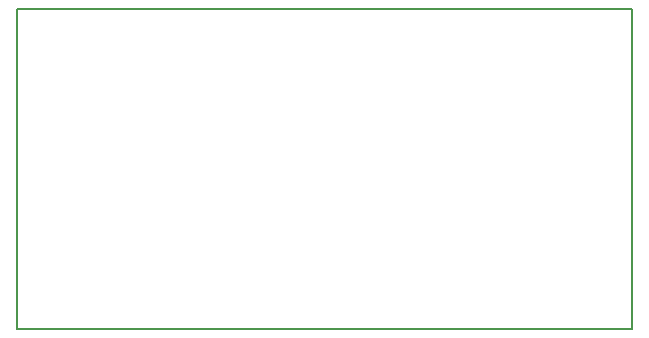
<source format=gko>
G04 Layer_Color=16711935*
%FSAX25Y25*%
%MOIN*%
G70*
G01*
G75*
%ADD52C,0.00787*%
D52*
X0363000Y0195000D02*
Y0301500D01*
X0568250D01*
Y0195000D02*
Y0301500D01*
X0363000Y0195000D02*
X0568250D01*
M02*

</source>
